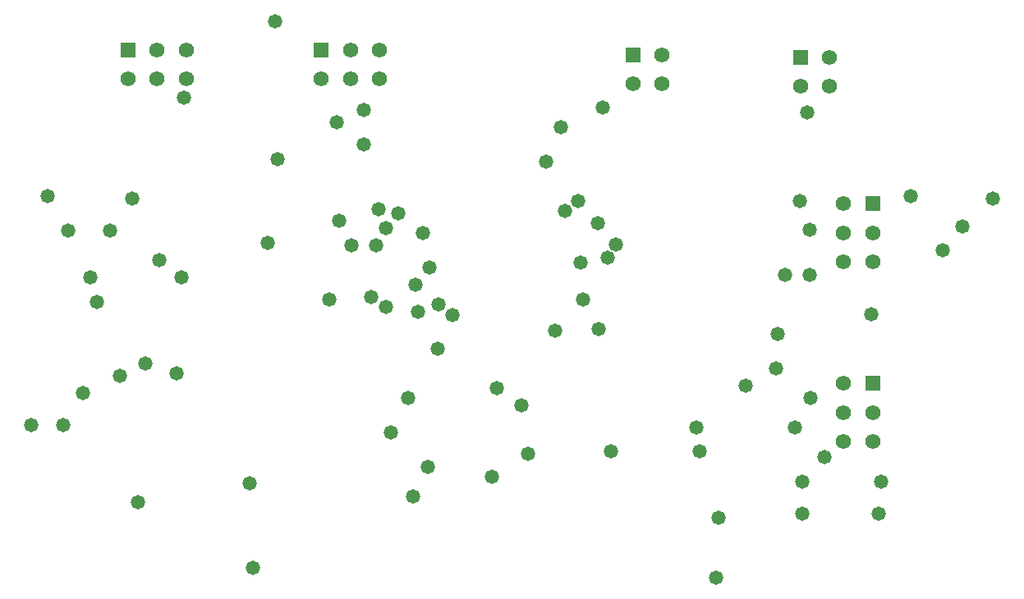
<source format=gbs>
G04*
G04 #@! TF.GenerationSoftware,Altium Limited,Altium Designer,24.2.2 (26)*
G04*
G04 Layer_Color=16711935*
%FSLAX25Y25*%
%MOIN*%
G70*
G04*
G04 #@! TF.SameCoordinates,43AA1BA6-794D-441E-BC0F-4625244E732F*
G04*
G04*
G04 #@! TF.FilePolarity,Negative*
G04*
G01*
G75*
%ADD43R,0.06181X0.06181*%
%ADD44C,0.06181*%
%ADD45R,0.06181X0.06181*%
%ADD46C,0.05800*%
D43*
X267094Y217390D02*
D03*
X62189Y219390D02*
D03*
X140689D02*
D03*
X335094Y216390D02*
D03*
D44*
X278906Y217390D02*
D03*
X267094Y205579D02*
D03*
X278906D02*
D03*
X74000Y219390D02*
D03*
X85811D02*
D03*
X62189Y207579D02*
D03*
X74000D02*
D03*
X85811D02*
D03*
X152500Y219390D02*
D03*
X164311D02*
D03*
X140689Y207579D02*
D03*
X152500D02*
D03*
X164311D02*
D03*
X364390Y72000D02*
D03*
Y60189D02*
D03*
X352579Y83811D02*
D03*
Y72000D02*
D03*
Y60189D02*
D03*
X364390Y145000D02*
D03*
Y133189D02*
D03*
X352579Y156811D02*
D03*
Y145000D02*
D03*
Y133189D02*
D03*
X346905Y216390D02*
D03*
X335094Y204579D02*
D03*
X346905D02*
D03*
D45*
X364390Y83811D02*
D03*
Y156811D02*
D03*
D46*
X188000Y98000D02*
D03*
X194000Y111800D02*
D03*
X179000Y124000D02*
D03*
X180000Y113000D02*
D03*
X167000Y115000D02*
D03*
X184000Y50000D02*
D03*
X169000Y64000D02*
D03*
X184426Y131063D02*
D03*
X181957Y144957D02*
D03*
X176000Y77835D02*
D03*
X239429Y154000D02*
D03*
X245000Y158000D02*
D03*
X260074Y140153D02*
D03*
X246000Y133000D02*
D03*
X188044Y116127D02*
D03*
X210000Y46000D02*
D03*
X178000Y37880D02*
D03*
X49634Y116841D02*
D03*
X111673Y43327D02*
D03*
X113000Y9000D02*
D03*
X66158Y35731D02*
D03*
X212000Y82000D02*
D03*
X235663Y105260D02*
D03*
X253083Y105865D02*
D03*
X294279Y56465D02*
D03*
X258064Y56149D02*
D03*
X224531Y55281D02*
D03*
X313000Y83000D02*
D03*
X326000Y104000D02*
D03*
X339332Y77885D02*
D03*
X345000Y54000D02*
D03*
X69135Y92135D02*
D03*
X82000Y88000D02*
D03*
X59000Y87000D02*
D03*
X44000Y80000D02*
D03*
X143855Y117943D02*
D03*
X23000Y67000D02*
D03*
X253000Y149000D02*
D03*
X36000Y67000D02*
D03*
X338000Y194000D02*
D03*
X255000Y196000D02*
D03*
X122000Y231000D02*
D03*
X85000Y200000D02*
D03*
X64000Y159000D02*
D03*
X335000Y158000D02*
D03*
X329000Y128000D02*
D03*
X338866Y146211D02*
D03*
X339000Y128000D02*
D03*
X333000Y66000D02*
D03*
X293000D02*
D03*
X336000Y44000D02*
D03*
Y31000D02*
D03*
X301000Y5000D02*
D03*
X368000Y44000D02*
D03*
X367000Y31000D02*
D03*
X232000Y174000D02*
D03*
X238011Y187920D02*
D03*
X148000Y150000D02*
D03*
X163969Y154653D02*
D03*
X161000Y119000D02*
D03*
X167000Y147000D02*
D03*
X172000Y153000D02*
D03*
X163000Y140000D02*
D03*
X153000D02*
D03*
X119000Y141000D02*
D03*
X75000Y134000D02*
D03*
X84000Y127000D02*
D03*
X47000D02*
D03*
X29447Y160001D02*
D03*
X123000Y175000D02*
D03*
X158000Y181000D02*
D03*
X147000Y190000D02*
D03*
X158000Y195000D02*
D03*
X38000Y146000D02*
D03*
X55000D02*
D03*
X257000Y135000D02*
D03*
X247000Y118000D02*
D03*
X413148Y159098D02*
D03*
X400975Y147555D02*
D03*
X393000Y138000D02*
D03*
X325154Y90063D02*
D03*
X222000Y75000D02*
D03*
X364000Y112000D02*
D03*
X302011Y29258D02*
D03*
X380000Y160000D02*
D03*
M02*

</source>
